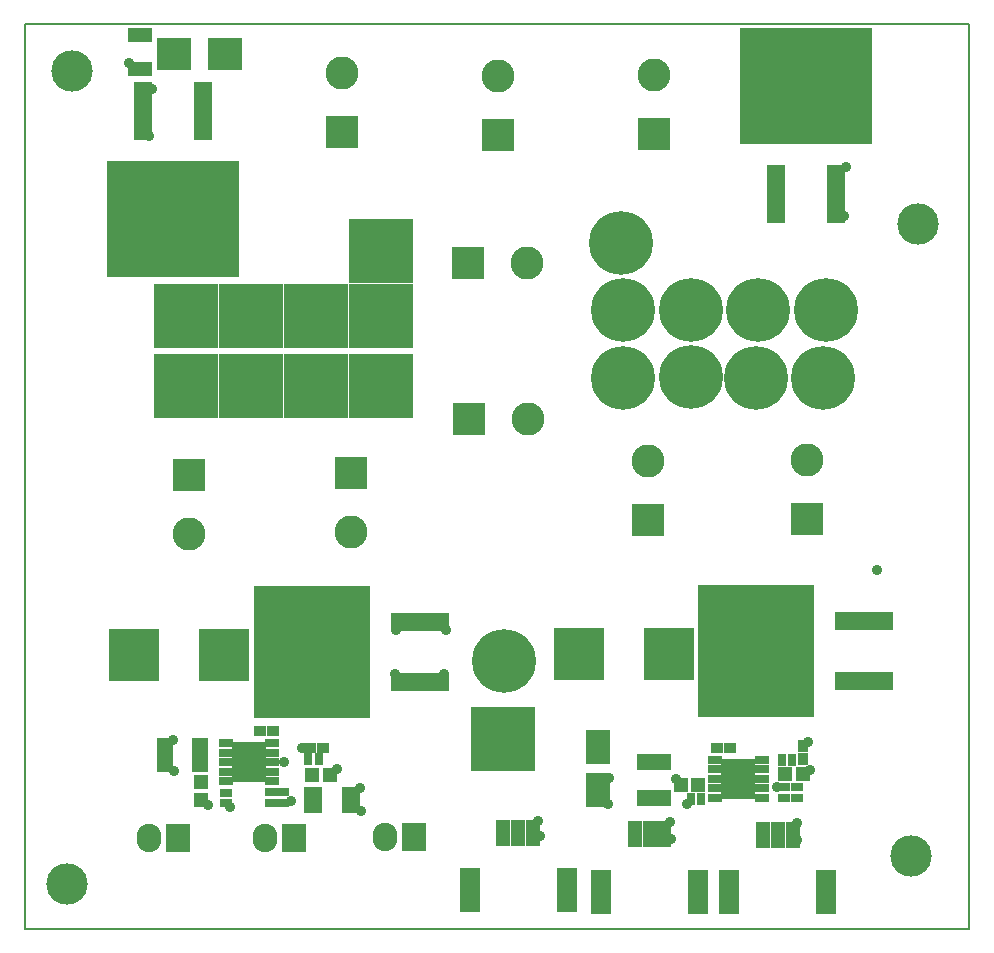
<source format=gbr>
%TF.GenerationSoftware,KiCad,Pcbnew,4.0.7*%
%TF.CreationDate,2018-04-08T16:14:44+02:00*%
%TF.ProjectId,power_board,706F7765725F626F6172642E6B696361,rev?*%
%TF.FileFunction,Soldermask,Top*%
%FSLAX46Y46*%
G04 Gerber Fmt 4.6, Leading zero omitted, Abs format (unit mm)*
G04 Created by KiCad (PCBNEW 4.0.7) date 04/08/18 16:14:44*
%MOMM*%
%LPD*%
G01*
G04 APERTURE LIST*
%ADD10C,0.150000*%
%ADD11C,3.500000*%
%ADD12C,0.900000*%
%ADD13R,2.800000X2.800000*%
%ADD14C,2.800000*%
%ADD15R,2.900000X1.400000*%
%ADD16R,0.900000X1.000000*%
%ADD17R,1.200000X1.150000*%
%ADD18R,1.000000X0.900000*%
%ADD19R,2.000000X3.000000*%
%ADD20R,1.400000X2.900000*%
%ADD21R,1.150000X1.200000*%
%ADD22R,5.000000X1.500000*%
%ADD23R,9.800000X11.200000*%
%ADD24R,2.900000X2.700000*%
%ADD25C,5.400000*%
%ADD26R,1.200000X2.300000*%
%ADD27R,1.700000X3.750000*%
%ADD28R,2.100000X2.400000*%
%ADD29O,2.100000X2.400000*%
%ADD30R,4.250000X4.400000*%
%ADD31R,1.500000X5.000000*%
%ADD32R,11.200000X9.800000*%
%ADD33R,0.800000X1.000000*%
%ADD34R,1.000000X0.800000*%
%ADD35R,2.100000X1.300000*%
%ADD36R,1.250000X0.750000*%
%ADD37R,3.000000X3.400000*%
%ADD38R,5.400000X5.400000*%
%ADD39R,1.645000X2.200000*%
G04 APERTURE END LIST*
D10*
X104000000Y-119820000D02*
X184000000Y-119820000D01*
X104000000Y-43120000D02*
X184000000Y-43120000D01*
X184000000Y-43120000D02*
X184000000Y-119820000D01*
X104000000Y-43120000D02*
X104000000Y-119820000D01*
D11*
X107560000Y-116000000D03*
X108020000Y-47170000D03*
X179030000Y-113590000D03*
X179660000Y-60110000D03*
D12*
X173420000Y-59410000D03*
X173540000Y-55250000D03*
X112820000Y-46500000D03*
X114550000Y-52670000D03*
X114790000Y-48700000D03*
X153430000Y-109160000D03*
X153480000Y-106960000D03*
X147600000Y-111920000D03*
X147480000Y-110680000D03*
X123460000Y-106440000D03*
X122290000Y-106380000D03*
X123430000Y-104770000D03*
X122230000Y-104840000D03*
X164990000Y-107890000D03*
X163650000Y-107930000D03*
X165100000Y-106080000D03*
X163630000Y-106060000D03*
X159130000Y-107090000D03*
X160070000Y-109200000D03*
X167670000Y-107740000D03*
X170510000Y-106300000D03*
X170350000Y-103920000D03*
X139550000Y-98160000D03*
X135330000Y-98170000D03*
X135450000Y-94470000D03*
X139720000Y-94510000D03*
X116560000Y-103760000D03*
X116640000Y-106430000D03*
X121380000Y-109420000D03*
X119510000Y-109280000D03*
X126540000Y-108930000D03*
X125990000Y-105670000D03*
X127510000Y-104420000D03*
X130430000Y-106270000D03*
X132500000Y-109810000D03*
X132390000Y-107820000D03*
X158760000Y-112160000D03*
X158630000Y-110740000D03*
X169440000Y-112260000D03*
X169430000Y-110780000D03*
X176170000Y-89350000D03*
D13*
X157330000Y-52470000D03*
D14*
X157330000Y-47470000D03*
D13*
X141510000Y-63390000D03*
D14*
X146510000Y-63390000D03*
D13*
X170210000Y-85050000D03*
D14*
X170210000Y-80050000D03*
D13*
X156750000Y-85140000D03*
D14*
X156750000Y-80140000D03*
D13*
X141660000Y-76610000D03*
D14*
X146660000Y-76610000D03*
D13*
X144110000Y-52530000D03*
D14*
X144110000Y-47530000D03*
D13*
X130900000Y-52340000D03*
D14*
X130900000Y-47340000D03*
D13*
X117960000Y-81320000D03*
D14*
X117960000Y-86320000D03*
D13*
X131630000Y-81170000D03*
D14*
X131630000Y-86170000D03*
D15*
X157269847Y-105655339D03*
X157269847Y-108655339D03*
D16*
X169944007Y-105370715D03*
X169944007Y-104270715D03*
D17*
X169874007Y-106670715D03*
X168374007Y-106670715D03*
X159554007Y-107560715D03*
X161054007Y-107560715D03*
D18*
X163710000Y-104440000D03*
X162610000Y-104440000D03*
D19*
X152550000Y-104400000D03*
X152550000Y-108000000D03*
D20*
X118856567Y-105090779D03*
X115856567Y-105090779D03*
D18*
X129236567Y-104430779D03*
X128136567Y-104430779D03*
D17*
X129856567Y-106730779D03*
X128356567Y-106730779D03*
D21*
X118946567Y-108850779D03*
X118946567Y-107350779D03*
D18*
X125071431Y-102987911D03*
X123971431Y-102987911D03*
D22*
X175109400Y-98815012D03*
X175109400Y-93735012D03*
D23*
X165959400Y-96275012D03*
D22*
X137475000Y-98835000D03*
X137475000Y-93755000D03*
D23*
X128325000Y-96295000D03*
D24*
X120970000Y-45700000D03*
X116670000Y-45700000D03*
D25*
X171830000Y-67340000D03*
X160450000Y-67360000D03*
X154630000Y-67400000D03*
X160430000Y-73080000D03*
X165960000Y-73140000D03*
X171600000Y-73110000D03*
X166090000Y-67390000D03*
X154630000Y-73100000D03*
D26*
X155665001Y-111780000D03*
X156915001Y-111780000D03*
X158165001Y-111780000D03*
D27*
X152815001Y-116655000D03*
X161015001Y-116655000D03*
D26*
X166530000Y-111790000D03*
X167780000Y-111790000D03*
X169030000Y-111790000D03*
D27*
X163680000Y-116665000D03*
X171880000Y-116665000D03*
D26*
X144535001Y-111650000D03*
X145785001Y-111650000D03*
X147035001Y-111650000D03*
D27*
X141685001Y-116525000D03*
X149885001Y-116525000D03*
D28*
X126830000Y-112100000D03*
D29*
X124330000Y-112100000D03*
D28*
X117030000Y-112060000D03*
D29*
X114530000Y-112060000D03*
D28*
X136990000Y-111960000D03*
D29*
X134490000Y-111960000D03*
D30*
X158575000Y-96530000D03*
X150925000Y-96530000D03*
X120910000Y-96610000D03*
X113260000Y-96610000D03*
D31*
X167605000Y-57525000D03*
X172685000Y-57525000D03*
D32*
X170145000Y-48375000D03*
D31*
X119080000Y-50555000D03*
X114000000Y-50555000D03*
D32*
X116540000Y-59705000D03*
D33*
X168104007Y-105450715D03*
X169004007Y-105450715D03*
X161294007Y-108790715D03*
X160394007Y-108790715D03*
D34*
X169401178Y-107772170D03*
X169401178Y-108672170D03*
X168321178Y-108672170D03*
X168321178Y-107772170D03*
D35*
X113770000Y-44090000D03*
X113770000Y-46990000D03*
D33*
X128016567Y-105390779D03*
X128916567Y-105390779D03*
D34*
X121061431Y-108227911D03*
X121061431Y-109127911D03*
X124858515Y-109112519D03*
X124858515Y-108212519D03*
X125908515Y-108212519D03*
X125908515Y-109112519D03*
D36*
X162464007Y-105470715D03*
X162464007Y-106270715D03*
X162464007Y-107070715D03*
X162464007Y-107870715D03*
X162464007Y-108670715D03*
X166424007Y-108670715D03*
X166424007Y-107870715D03*
X166424007Y-107070715D03*
X166424007Y-106270715D03*
X166424007Y-105470715D03*
D37*
X164444007Y-107070715D03*
D36*
X121026567Y-104050779D03*
X121026567Y-104850779D03*
X121026567Y-105650779D03*
X121026567Y-106450779D03*
X121026567Y-107250779D03*
X124986567Y-107250779D03*
X124986567Y-106450779D03*
X124986567Y-105650779D03*
X124986567Y-104850779D03*
X124986567Y-104050779D03*
D37*
X123006567Y-105650779D03*
D38*
X123150000Y-67882000D03*
X128668172Y-73835894D03*
X128656761Y-67877405D03*
X117636267Y-67865561D03*
X123175525Y-73834743D03*
X134156761Y-67887405D03*
X134168172Y-73845894D03*
X117675525Y-73844743D03*
X144480000Y-103670000D03*
D25*
X144600000Y-97070000D03*
D38*
X134160000Y-62420000D03*
D25*
X154510000Y-61740000D03*
D39*
X128417500Y-108860000D03*
X131602500Y-108860000D03*
M02*

</source>
